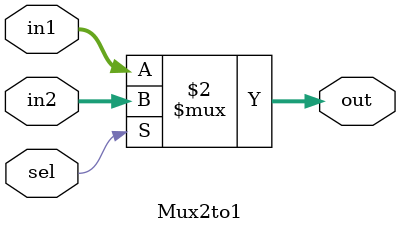
<source format=v>
module Mux2to1(
        input [31:0] in1,in2,
        input sel,
        output [31:0] out
    );
    
    assign out = (sel==1'b0) ? in1 : in2;
    
endmodule

</source>
